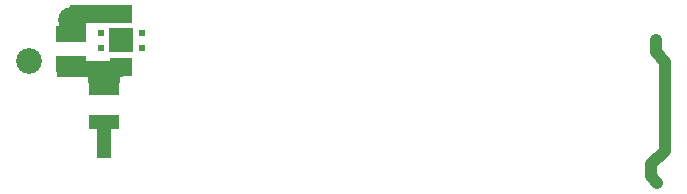
<source format=gbr>
G04 EAGLE Gerber RS-274X export*
G75*
%MOMM*%
%FSLAX34Y34*%
%LPD*%
%INBottom Copper*%
%IPPOS*%
%AMOC8*
5,1,8,0,0,1.08239X$1,22.5*%
G01*
%ADD10R,5.000000X1.500000*%
%ADD11R,1.375000X0.875000*%
%ADD12R,5.625000X1.375000*%
%ADD13R,1.250000X2.625000*%
%ADD14R,2.750000X0.750000*%
%ADD15C,2.184400*%
%ADD16R,2.000000X2.000000*%
%ADD17R,0.500000X1.500000*%
%ADD18R,1.000000X1.500000*%
%ADD19R,0.500000X0.500000*%
%ADD20R,2.540000X1.270000*%
%ADD21R,2.590800X1.397000*%
%ADD22C,0.906400*%
%ADD23C,1.016000*%
%ADD24C,0.756400*%


D10*
X-56250Y83750D03*
D11*
X-74375Y71875D03*
D12*
X-64375Y36875D03*
D13*
X-52500Y-25625D03*
D14*
X-52500Y28750D03*
D15*
X-115403Y43347D03*
X-80097Y78653D03*
D16*
X-37500Y61250D03*
D17*
X-31250Y38750D03*
X-44375Y38750D03*
X-31250Y83750D03*
X-43750Y83750D03*
D18*
X-37500Y38750D03*
X-37500Y83750D03*
D19*
X-20038Y54900D03*
X-20038Y67600D03*
X-54963Y54900D03*
X-54963Y67600D03*
D20*
X-52499Y20538D03*
X-52500Y-8038D03*
D21*
X-80000Y66752D03*
X-80000Y40748D03*
D22*
X415000Y61250D03*
D23*
X411250Y-53750D02*
X416250Y-60000D01*
X411250Y-53750D02*
X411250Y-43750D01*
X422500Y-32500D01*
X422500Y42500D01*
X415000Y51250D01*
X415000Y61250D01*
D22*
X416250Y-60000D03*
D24*
X-52500Y-35000D03*
X-52500Y-15000D03*
X-52500Y-25000D03*
M02*

</source>
